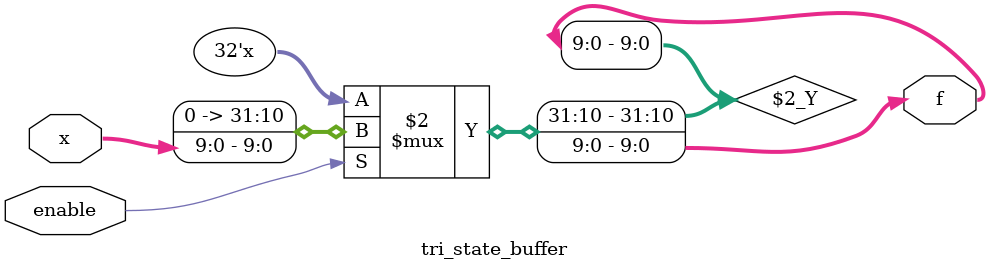
<source format=v>
`ifndef TRI_STATE_BUFFER_V
`define TRI_STATE_BUFFER_V

module tri_state_buffer(x, enable, f);

  parameter n = 10;
  input  wire[n-1:0] x;
  input  wire        enable;
  output wire[n-1:0] f;

  assign f = (enable) ? x : 'bz;

endmodule

`endif
</source>
